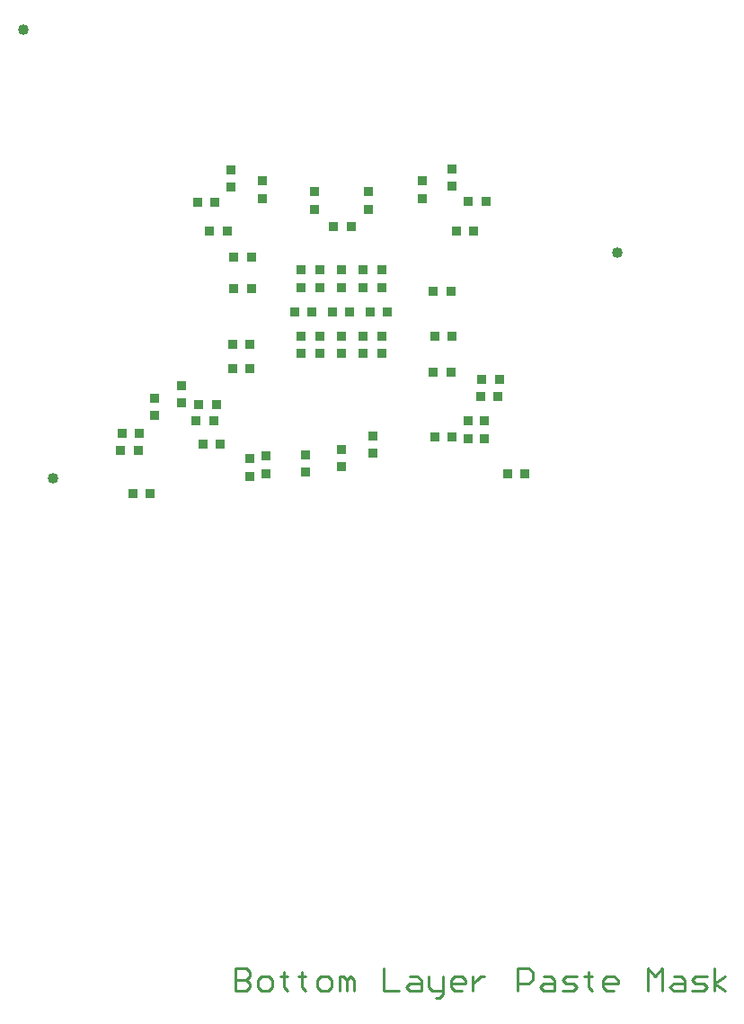
<source format=gbp>
%FSLAX24Y24*%
%MOIN*%
G70*
G01*
G75*
%ADD10C,0.0040*%
%ADD11C,0.0400*%
%ADD12C,0.0157*%
%ADD13R,0.0236X0.0906*%
%ADD14R,0.0380X0.0380*%
%ADD15R,0.0315X0.0472*%
%ADD16R,0.0650X0.0500*%
%ADD17R,0.0600X0.1000*%
%ADD18R,0.0600X0.0600*%
%ADD19R,0.0551X0.0512*%
%ADD20R,0.0472X0.0394*%
%ADD21R,0.1000X0.0600*%
%ADD22R,0.0433X0.0236*%
%ADD23R,0.0800X0.0800*%
%ADD24R,0.2480X0.0846*%
%ADD25R,0.0500X0.0600*%
%ADD26R,0.0512X0.0551*%
%ADD27R,0.0394X0.0472*%
%ADD28O,0.0846X0.0138*%
%ADD29R,0.0846X0.0138*%
%ADD30R,0.1181X0.1575*%
%ADD31C,0.0100*%
%ADD32C,0.0060*%
%ADD33C,0.0050*%
%ADD34C,0.0138*%
%ADD35C,0.0200*%
%ADD36C,0.0250*%
%ADD37C,0.0130*%
%ADD38C,0.0500*%
%ADD39C,0.0300*%
%ADD40C,0.0400*%
%ADD41C,0.0110*%
%ADD42C,0.0098*%
%ADD43C,0.0600*%
%ADD44P,0.0600X8X0*%
%ADD45C,0.0620*%
%ADD46P,0.0620X8X0*%
%ADD47C,0.0180*%
%ADD48C,0.0200*%
%ADD49C,0.0500*%
%ADD50C,0.0150*%
%ADD51C,0.0080*%
%ADD52C,0.0059*%
%ADD53C,0.0098*%
%ADD54C,0.0079*%
D11*
X78373Y81181D02*
D03*
X99318Y89527D02*
D03*
X77271Y97795D02*
D03*
D14*
X95234Y81347D02*
D03*
X95884D02*
D03*
X85734Y89380D02*
D03*
X85084D02*
D03*
X80934Y82847D02*
D03*
X81584D02*
D03*
X85684Y81247D02*
D03*
Y81897D02*
D03*
X86284Y81347D02*
D03*
Y81997D02*
D03*
X94284Y84847D02*
D03*
X94934D02*
D03*
X87584Y88247D02*
D03*
Y88897D02*
D03*
X89384Y87347D02*
D03*
X88734D02*
D03*
X83140Y83968D02*
D03*
Y84618D02*
D03*
X88284Y88897D02*
D03*
Y88247D02*
D03*
X90584Y88897D02*
D03*
Y88247D02*
D03*
X87584Y85797D02*
D03*
Y86447D02*
D03*
X89884Y85797D02*
D03*
Y86447D02*
D03*
X93784Y83297D02*
D03*
Y82647D02*
D03*
X84994Y91964D02*
D03*
Y92614D02*
D03*
X84584Y82447D02*
D03*
X83934D02*
D03*
X93784Y91447D02*
D03*
X94434D02*
D03*
X89884Y88897D02*
D03*
Y88247D02*
D03*
X88284Y85797D02*
D03*
Y86447D02*
D03*
X90584Y85797D02*
D03*
Y86447D02*
D03*
X84384Y91397D02*
D03*
X83734D02*
D03*
X93184Y91997D02*
D03*
Y92647D02*
D03*
X88784Y90497D02*
D03*
X89434D02*
D03*
X94384Y83297D02*
D03*
Y82647D02*
D03*
X84334Y83297D02*
D03*
X83684D02*
D03*
X90784Y87347D02*
D03*
X90134D02*
D03*
X85734Y88197D02*
D03*
X85084D02*
D03*
X92084Y91547D02*
D03*
Y92197D02*
D03*
X84834Y90347D02*
D03*
X84184D02*
D03*
X84434Y83897D02*
D03*
X83784D02*
D03*
X90234Y82747D02*
D03*
Y82097D02*
D03*
X92534Y86447D02*
D03*
X93184D02*
D03*
X90084Y91147D02*
D03*
Y91797D02*
D03*
X85684Y85247D02*
D03*
X85034D02*
D03*
X89084Y85797D02*
D03*
Y86447D02*
D03*
X94884Y84197D02*
D03*
X94234D02*
D03*
X92484Y85097D02*
D03*
X93134D02*
D03*
X92484Y88097D02*
D03*
X93134D02*
D03*
X93334Y90347D02*
D03*
X93984D02*
D03*
X88084Y91147D02*
D03*
Y91797D02*
D03*
X86134Y91547D02*
D03*
Y92197D02*
D03*
X89084Y82247D02*
D03*
Y81597D02*
D03*
X87734Y82047D02*
D03*
Y81397D02*
D03*
X92534Y82697D02*
D03*
X93184D02*
D03*
X82134Y84147D02*
D03*
Y83497D02*
D03*
X85684Y86147D02*
D03*
X85034D02*
D03*
X81984Y80597D02*
D03*
X81334D02*
D03*
X89084Y88897D02*
D03*
Y88247D02*
D03*
X87334Y87347D02*
D03*
X87984D02*
D03*
X81534Y82197D02*
D03*
X80884D02*
D03*
D42*
X85145Y62992D02*
Y62165D01*
X85558D01*
X85696Y62303D01*
Y62441D01*
X85558Y62578D01*
X85145D01*
X85558D01*
X85696Y62716D01*
Y62854D01*
X85558Y62992D01*
X85145D01*
X86109Y62165D02*
X86385D01*
X86523Y62303D01*
Y62578D01*
X86385Y62716D01*
X86109D01*
X85972Y62578D01*
Y62303D01*
X86109Y62165D01*
X86936Y62854D02*
Y62716D01*
X86798D01*
X87074D01*
X86936D01*
Y62303D01*
X87074Y62165D01*
X87625Y62854D02*
Y62716D01*
X87487D01*
X87762D01*
X87625D01*
Y62303D01*
X87762Y62165D01*
X88313D02*
X88589D01*
X88727Y62303D01*
Y62578D01*
X88589Y62716D01*
X88313D01*
X88176Y62578D01*
Y62303D01*
X88313Y62165D01*
X89002D02*
Y62716D01*
X89140D01*
X89278Y62578D01*
Y62165D01*
Y62578D01*
X89415Y62716D01*
X89553Y62578D01*
Y62165D01*
X90655Y62992D02*
Y62165D01*
X91206D01*
X91619Y62716D02*
X91895D01*
X92033Y62578D01*
Y62165D01*
X91619D01*
X91482Y62303D01*
X91619Y62441D01*
X92033D01*
X92308Y62716D02*
Y62303D01*
X92446Y62165D01*
X92859D01*
Y62027D01*
X92721Y61890D01*
X92584D01*
X92859Y62165D02*
Y62716D01*
X93548Y62165D02*
X93272D01*
X93135Y62303D01*
Y62578D01*
X93272Y62716D01*
X93548D01*
X93686Y62578D01*
Y62441D01*
X93135D01*
X93961Y62716D02*
Y62165D01*
Y62441D01*
X94099Y62578D01*
X94237Y62716D01*
X94374D01*
X95614Y62165D02*
Y62992D01*
X96027D01*
X96165Y62854D01*
Y62578D01*
X96027Y62441D01*
X95614D01*
X96578Y62716D02*
X96854D01*
X96992Y62578D01*
Y62165D01*
X96578D01*
X96441Y62303D01*
X96578Y62441D01*
X96992D01*
X97267Y62165D02*
X97680D01*
X97818Y62303D01*
X97680Y62441D01*
X97405D01*
X97267Y62578D01*
X97405Y62716D01*
X97818D01*
X98231Y62854D02*
Y62716D01*
X98094D01*
X98369D01*
X98231D01*
Y62303D01*
X98369Y62165D01*
X99196D02*
X98920D01*
X98782Y62303D01*
Y62578D01*
X98920Y62716D01*
X99196D01*
X99333Y62578D01*
Y62441D01*
X98782D01*
X100435Y62165D02*
Y62992D01*
X100711Y62716D01*
X100986Y62992D01*
Y62165D01*
X101400Y62716D02*
X101675D01*
X101813Y62578D01*
Y62165D01*
X101400D01*
X101262Y62303D01*
X101400Y62441D01*
X101813D01*
X102088Y62165D02*
X102502D01*
X102639Y62303D01*
X102502Y62441D01*
X102226D01*
X102088Y62578D01*
X102226Y62716D01*
X102639D01*
X102915Y62165D02*
Y62992D01*
Y62441D02*
X103328Y62716D01*
X102915Y62441D02*
X103328Y62165D01*
M02*

</source>
